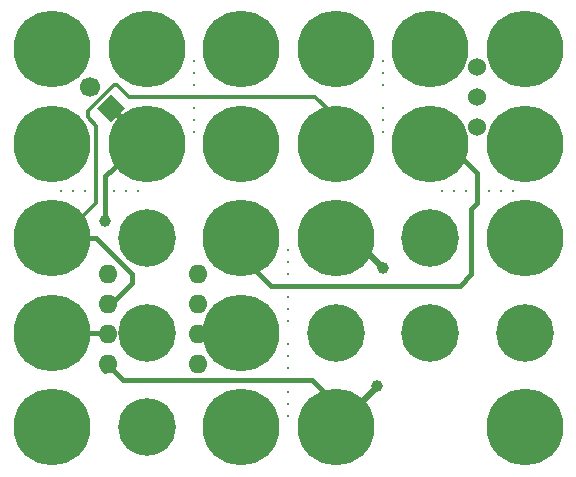
<source format=gbl>
G04 #@! TF.FileFunction,Copper,L2,Bot,Signal*
%FSLAX46Y46*%
G04 Gerber Fmt 4.6, Leading zero omitted, Abs format (unit mm)*
G04 Created by KiCad (PCBNEW (2015-08-15 BZR 6092)-product) date 2/25/2016 10:40:52 PM*
%MOMM*%
G01*
G04 APERTURE LIST*
%ADD10C,0.100000*%
%ADD11C,1.700000*%
%ADD12C,6.500000*%
%ADD13C,4.876800*%
%ADD14O,1.600000X1.600000*%
%ADD15C,1.524000*%
%ADD16C,0.330200*%
%ADD17C,1.000000*%
%ADD18C,0.609600*%
%ADD19C,0.406400*%
%ADD20C,0.304800*%
G04 APERTURE END LIST*
D10*
G36*
X134000000Y-27797918D02*
X135202082Y-29000000D01*
X134000000Y-30202082D01*
X132797918Y-29000000D01*
X134000000Y-27797918D01*
X134000000Y-27797918D01*
G37*
D11*
X132203949Y-27203949D03*
D12*
X153000000Y-40000000D03*
D13*
X137000000Y-40000000D03*
D12*
X129000000Y-40000000D03*
X145000000Y-56000000D03*
X129000000Y-56000000D03*
X145000000Y-40000000D03*
D13*
X137000000Y-48000000D03*
X137000000Y-56000000D03*
D14*
X133750000Y-43000000D03*
X133750000Y-45540000D03*
X133750000Y-48080000D03*
X133750000Y-50620000D03*
X141370000Y-50620000D03*
X141370000Y-48080000D03*
X141370000Y-45540000D03*
X141370000Y-43000000D03*
D13*
X153000000Y-48000000D03*
X161000000Y-48000000D03*
D12*
X161000000Y-32000000D03*
X161000000Y-24000000D03*
X169000000Y-32000000D03*
X169000000Y-24000000D03*
D13*
X161000000Y-40000000D03*
X169000000Y-48000000D03*
D12*
X153000000Y-56000000D03*
D15*
X165000000Y-28000000D03*
X165000000Y-25460000D03*
X165000000Y-30540000D03*
D16*
X149000000Y-55016000D03*
X149000000Y-52984000D03*
X149000000Y-54000000D03*
X149000000Y-51016000D03*
X149000000Y-48984000D03*
X149000000Y-50000000D03*
X149000000Y-47016000D03*
X149000000Y-44984000D03*
X149000000Y-46000000D03*
X149000000Y-43016000D03*
X149000000Y-40984000D03*
X149000000Y-42000000D03*
D12*
X137000000Y-24000000D03*
X137000000Y-32000000D03*
X129000000Y-32000000D03*
X129000000Y-24000000D03*
X145000000Y-32000000D03*
X145000000Y-24000000D03*
X153000000Y-32000000D03*
X153000000Y-24000000D03*
D16*
X129734000Y-36000000D03*
X131766000Y-36000000D03*
X130750000Y-36000000D03*
X134234000Y-36000000D03*
X136266000Y-36000000D03*
X135250000Y-36000000D03*
X161984000Y-36000000D03*
X164016000Y-36000000D03*
X163000000Y-36000000D03*
X165984000Y-36000000D03*
X168016000Y-36000000D03*
X167000000Y-36000000D03*
X157000000Y-27016000D03*
X157000000Y-24984000D03*
X157000000Y-26000000D03*
X157000000Y-31016000D03*
X157000000Y-28984000D03*
X157000000Y-30000000D03*
X141000000Y-27016000D03*
X141000000Y-24984000D03*
X141000000Y-26000000D03*
X141000000Y-31016000D03*
X141000000Y-28984000D03*
X141000000Y-30000000D03*
D12*
X169000000Y-40000000D03*
X169000000Y-56000000D03*
X145000000Y-48000000D03*
X129000000Y-48000000D03*
D17*
X133500000Y-38500000D03*
X157000000Y-42500000D03*
X156500000Y-52500000D03*
D18*
X134000000Y-29000000D02*
X137000000Y-32000000D01*
D19*
X133500000Y-34750000D02*
X136500000Y-32000000D01*
X133500000Y-38500000D02*
X133500000Y-34750000D01*
X136500000Y-32000000D02*
X137000000Y-32000000D01*
X133750000Y-50620000D02*
X133750000Y-51000000D01*
X133750000Y-51000000D02*
X133500000Y-51250000D01*
X133750000Y-50620000D02*
X133750000Y-50750000D01*
X133750000Y-50750000D02*
X135000000Y-52000000D01*
X151000000Y-52000000D02*
X153000000Y-54000000D01*
X135000000Y-52000000D02*
X151000000Y-52000000D01*
X153000000Y-54000000D02*
X153000000Y-56000000D01*
X133750000Y-50620000D02*
X133750000Y-50500000D01*
D18*
X153000000Y-56000000D02*
X153000000Y-55000000D01*
X153000000Y-40000000D02*
X154500000Y-40000000D01*
X154500000Y-40000000D02*
X157000000Y-42500000D01*
X153000000Y-56000000D02*
X156500000Y-52500000D01*
D19*
X161000000Y-32000000D02*
X162500000Y-32000000D01*
X162500000Y-32000000D02*
X165000000Y-34500000D01*
X147500000Y-44000000D02*
X145000000Y-41500000D01*
X163500000Y-44000000D02*
X147500000Y-44000000D01*
X164500000Y-43000000D02*
X163500000Y-44000000D01*
X164500000Y-37500000D02*
X164500000Y-43000000D01*
X165000000Y-37000000D02*
X164500000Y-37500000D01*
X165000000Y-34500000D02*
X165000000Y-37000000D01*
X145000000Y-41500000D02*
X145000000Y-40000000D01*
D18*
X141370000Y-48080000D02*
X144920000Y-48080000D01*
X144920000Y-48080000D02*
X145000000Y-48000000D01*
D20*
X129000000Y-40000000D02*
X129750000Y-40000000D01*
X129750000Y-40000000D02*
X132750000Y-37000000D01*
X151250000Y-28000000D02*
X135500000Y-28000000D01*
X135500000Y-28000000D02*
X134500000Y-27000000D01*
X134500000Y-27000000D02*
X134250000Y-27000000D01*
X134250000Y-27000000D02*
X132000000Y-29250000D01*
X153000000Y-29750000D02*
X151250000Y-28000000D01*
X132000000Y-29750000D02*
X132000000Y-29250000D01*
X132750000Y-30500000D02*
X132000000Y-29750000D01*
X132750000Y-37000000D02*
X132750000Y-30500000D01*
X153000000Y-32000000D02*
X153000000Y-29750000D01*
D19*
X129500000Y-40000000D02*
X129000000Y-40000000D01*
X133750000Y-45540000D02*
X133960000Y-45540000D01*
X133960000Y-45540000D02*
X135750000Y-43750000D01*
X135750000Y-43750000D02*
X135750000Y-43000000D01*
X135750000Y-43000000D02*
X132750000Y-40000000D01*
X132750000Y-40000000D02*
X129000000Y-40000000D01*
X129000000Y-48000000D02*
X133670000Y-48000000D01*
X133670000Y-48000000D02*
X133750000Y-48080000D01*
X129000000Y-48000000D02*
X129000000Y-46000000D01*
M02*

</source>
